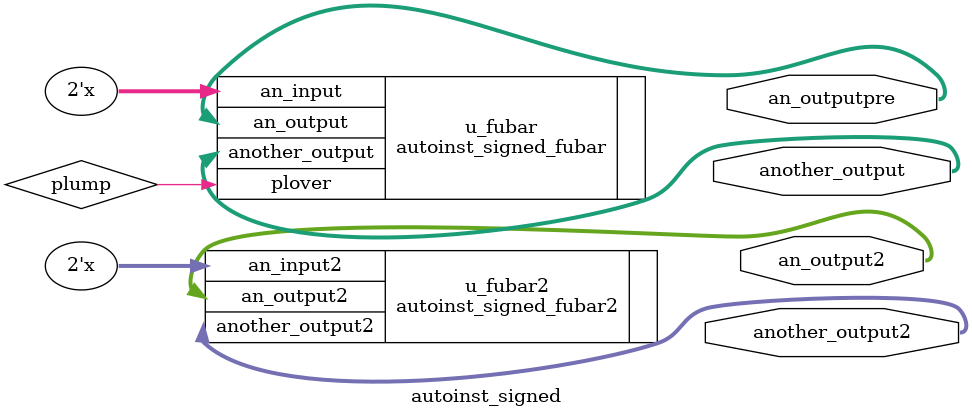
<source format=v>
module autoinst_signed
  (/*AUTOARG*/
   // Outputs
   another_output2, another_output, an_outputpre, an_output2
   );
   
   /*AUTOOUTPUTEVERY*/
   // Beginning of automatic outputs (every signal)
   output [1:0]        an_output2;      // From u_fubar2 of autoinst_signed_fubar2.v
   output signed [1:0] an_outputpre;    // From u_fubar of autoinst_signed_fubar.v
   output signed [1:0] another_output;  // From u_fubar of autoinst_signed_fubar.v
   output [1:0]        another_output2; // From u_fubar2 of autoinst_signed_fubar2.v
   // End of automatics
   
   /*AUTOWIRE*/
   // Beginning of automatic wires (for undeclared instantiated-module outputs)
   wire [1:0]          an_output2;      // From u_fubar2 of autoinst_signed_fubar2.v
   wire signed [1:0]   an_outputpre;    // From u_fubar of autoinst_signed_fubar.v
   wire signed [1:0]   another_output;  // From u_fubar of autoinst_signed_fubar.v
   wire [1:0]          another_output2; // From u_fubar2 of autoinst_signed_fubar2.v
   // End of automatics
   
   autoinst_signed_fubar u_fubar
     (
      // Outputs
      .an_output                        (an_outputpre[1:0]),
      .plover (plump),
      /*AUTOINST*/
      // Outputs
      .another_output                   (another_output[1:0]),
      // Inputs
      .an_input                         (an_input[1:0]));
   
   autoinst_signed_fubar2 u_fubar2
     (
      /*AUTOINST*/
      // Outputs
      .an_output2                       (an_output2[1:0]),
      .another_output2                  (another_output2[1:0]),
      // Inputs
      .an_input2                        (an_input2[1:0]));
   
endmodule

</source>
